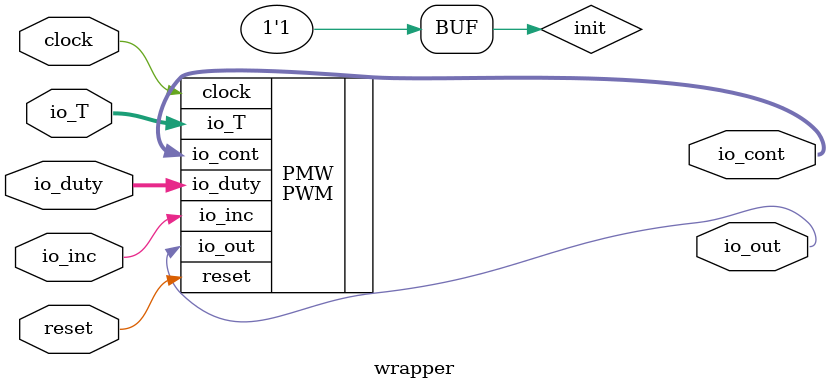
<source format=sv>

module wrapper(
  input        clock,
  input        reset,
  input        io_inc,
  input  [7:0] io_T,
  input  [7:0] io_duty,
  output       io_out,
  output [7:0] io_cont
);

reg init=1;

always @(posedge clock) begin
	if (init) begin
		assume(reset);
		assume(io_duty<=255);
		assume(io_T<=255);
	end
	if (!reset) begin
		if ($past(io_inc))begin
			assert(!io_cont);
		end
		if ($past(io_inc,2))begin
			assert(io_cont);
		end
		if (io_cont<= io_duty)begin
			assert(io_out); 
		end
		if (io_cont> io_duty)begin 
			assert(!io_out);
		end
		if (io_cont<=io_T)begin
			assert($past(io_cont)+1==io_cont);
		end
		assert(io_cont<=io_T);
		assert(io_duty<=io_T);	
	end 
	if(!io_inc)assert(!io_out);
end 

PWM PMW(
.clock(clock),
.reset(reset),
.io_inc(io_inc),
.io_T(io_T),
.io_duty(io_duty),
.io_out(io_out),
.io_cont(io_cont)
);

endmodule

</source>
